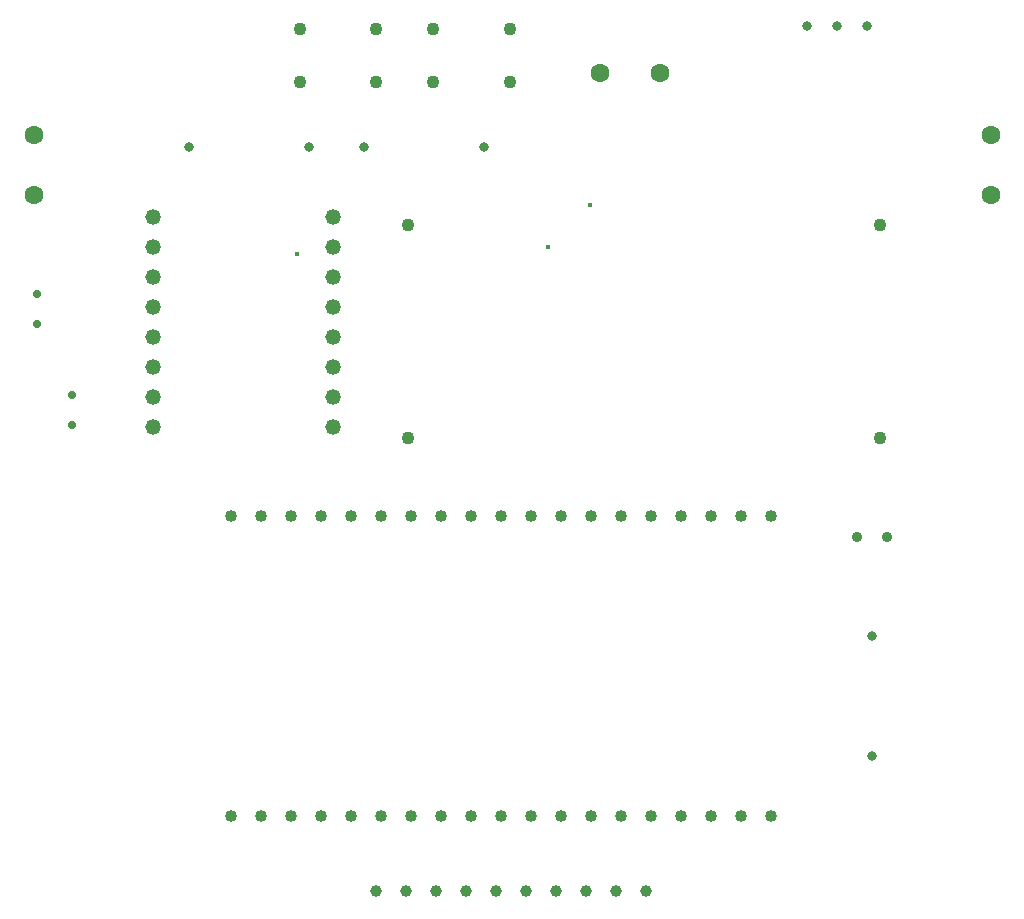
<source format=gbr>
%TF.GenerationSoftware,KiCad,Pcbnew,9.0.7*%
%TF.CreationDate,2026-02-14T18:41:45+05:30*%
%TF.ProjectId,Line_Follower,4c696e65-5f46-46f6-9c6c-6f7765722e6b,v1.0*%
%TF.SameCoordinates,Original*%
%TF.FileFunction,Plated,1,2,PTH,Drill*%
%TF.FilePolarity,Positive*%
%FSLAX46Y46*%
G04 Gerber Fmt 4.6, Leading zero omitted, Abs format (unit mm)*
G04 Created by KiCad (PCBNEW 9.0.7) date 2026-02-14 18:41:45*
%MOMM*%
%LPD*%
G01*
G04 APERTURE LIST*
%TA.AperFunction,ViaDrill*%
%ADD10C,0.400000*%
%TD*%
%TA.AperFunction,ComponentDrill*%
%ADD11C,0.710000*%
%TD*%
%TA.AperFunction,ComponentDrill*%
%ADD12C,0.800000*%
%TD*%
%TA.AperFunction,ComponentDrill*%
%ADD13C,0.900000*%
%TD*%
%TA.AperFunction,ComponentDrill*%
%ADD14C,1.000000*%
%TD*%
%TA.AperFunction,ComponentDrill*%
%ADD15C,1.020000*%
%TD*%
%TA.AperFunction,ComponentDrill*%
%ADD16C,1.100000*%
%TD*%
%TA.AperFunction,ComponentDrill*%
%ADD17C,1.320000*%
%TD*%
%TA.AperFunction,ComponentDrill*%
%ADD18C,1.600000*%
%TD*%
G04 APERTURE END LIST*
D10*
X128000000Y-53330000D03*
X149250000Y-52750000D03*
X152875000Y-49125000D03*
D11*
%TO.C,C5*%
X106000000Y-56710000D03*
X106000000Y-59250000D03*
%TO.C,C8*%
X109000000Y-65250000D03*
X109000000Y-67790000D03*
D12*
%TO.C,R14*%
X118920000Y-44250000D03*
X129080000Y-44250000D03*
%TO.C,R13*%
X133670000Y-44250000D03*
X143830000Y-44250000D03*
%TO.C,SW1*%
X171170000Y-34000000D03*
X173710000Y-34000000D03*
X176250000Y-34000000D03*
%TO.C,R2*%
X176750000Y-85670000D03*
X176750000Y-95830000D03*
D13*
%TO.C,D2*%
X175460000Y-77250000D03*
X178000000Y-77250000D03*
D14*
%TO.C,J11*%
X134760000Y-107250000D03*
X137300000Y-107250000D03*
X139840000Y-107250000D03*
X142380000Y-107250000D03*
X144920000Y-107250000D03*
X147460000Y-107250000D03*
X150000000Y-107250000D03*
X152540000Y-107250000D03*
X155080000Y-107250000D03*
X157620000Y-107250000D03*
D15*
%TO.C,U1*%
X122400000Y-75500000D03*
X122400000Y-100900000D03*
X124940000Y-75500000D03*
X124940000Y-100900000D03*
X127480000Y-75500000D03*
X127480000Y-100900000D03*
X130020000Y-75500000D03*
X130020000Y-100900000D03*
X132560000Y-75500000D03*
X132560000Y-100900000D03*
X135100000Y-75500000D03*
X135100000Y-100900000D03*
X137640000Y-75500000D03*
X137640000Y-100900000D03*
X140180000Y-75500000D03*
X140180000Y-100900000D03*
X142720000Y-75500000D03*
X142720000Y-100900000D03*
X145260000Y-75500000D03*
X145260000Y-100900000D03*
X147800000Y-75500000D03*
X147800000Y-100900000D03*
X150340000Y-75500000D03*
X150340000Y-100900000D03*
X152880000Y-75500000D03*
X152880000Y-100900000D03*
X155420000Y-75500000D03*
X155420000Y-100900000D03*
X157960000Y-75500000D03*
X157960000Y-100900000D03*
X160500000Y-75500000D03*
X160500000Y-100900000D03*
X163040000Y-75500000D03*
X163040000Y-100900000D03*
X165580000Y-75500000D03*
X165580000Y-100900000D03*
X168120000Y-75500000D03*
X168120000Y-100900000D03*
D16*
%TO.C,SW3*%
X128250000Y-34262500D03*
X128250000Y-38762500D03*
X134750000Y-34262500D03*
X134750000Y-38762500D03*
%TO.C,U2*%
X137411600Y-50840200D03*
X137411600Y-68840200D03*
%TO.C,SW6*%
X139540000Y-34250000D03*
X139540000Y-38750000D03*
X146040000Y-34250000D03*
X146040000Y-38750000D03*
%TO.C,U2*%
X177411600Y-50840200D03*
X177411600Y-68840200D03*
D17*
%TO.C,U3*%
X115880000Y-50210000D03*
X115880000Y-52750000D03*
X115880000Y-55290000D03*
X115880000Y-57830000D03*
X115880000Y-60370000D03*
X115880000Y-62910000D03*
X115880000Y-65450000D03*
X115880000Y-67990000D03*
X131120000Y-50210000D03*
X131120000Y-52750000D03*
X131120000Y-55290000D03*
X131120000Y-57830000D03*
X131120000Y-60370000D03*
X131120000Y-62910000D03*
X131120000Y-65450000D03*
X131120000Y-67990000D03*
D18*
%TO.C,J9*%
X105750000Y-43250000D03*
X105750000Y-48330000D03*
%TO.C,J1*%
X153710000Y-37987500D03*
X158790000Y-37987500D03*
%TO.C,J10*%
X186762500Y-43250000D03*
X186762500Y-48330000D03*
M02*

</source>
